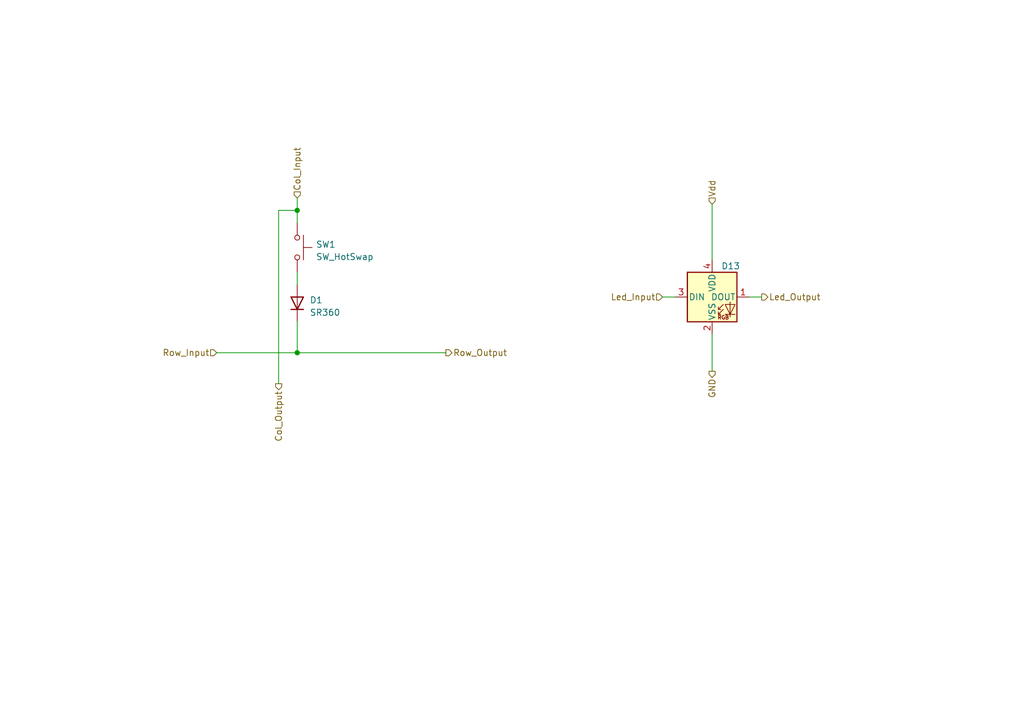
<source format=kicad_sch>
(kicad_sch (version 20230121) (generator eeschema)
  (paper "A5")
  (title_block (title "Key Schematic") (date "2023-05-13") (rev "1"))
  (lib_symbols
    (symbol "Device:D" (pin_numbers hide) (pin_names (offset 1.016) hide)
      (property "Reference" "D" (at 0 2.54 0))
      (property "Value" "D" (at 0 -2.54 0))
      (symbol "D_0_1"
        (polyline (pts (xy -1.27 1.27) (xy -1.27 -1.27)) (stroke (width 0.254)))
        (polyline (pts (xy 1.27 0) (xy -1.27 0)))
        (polyline (pts (xy 1.27 1.27) (xy 1.27 -1.27) (xy -1.27 0) (xy 1.27 1.27)) (stroke (width 0.254)))
      )
      (symbol "D_1_1"
        (pin passive line (at -3.81 0 0) (length 2.54) (name "K") (number "1"))
        (pin passive line (at 3.81 0 180) (length 2.54) (name "A") (number "2"))
      )
    )
    (symbol "LED:SK6812MINI" (pin_names (offset 0.254))
      (property "Reference" "D" (at 5.08 5.715 0))
      (property "Value" "SK6812MINI" (at 1.27 -5.715 0))
      (symbol "SK6812MINI_0_0"
        (text "RGB" (at 2.286 -4.191 0) (effects (font (size 0.762 0.762))))
      )
      (symbol "SK6812MINI_0_1"
        (polyline (pts (xy 1.27 -3.556) (xy 1.778 -3.556)))
        (polyline (pts (xy 1.27 -2.54) (xy 1.778 -2.54)))
        (polyline (pts (xy 4.699 -3.556) (xy 2.667 -3.556)))
        (polyline (pts (xy 2.286 -2.54) (xy 1.27 -3.556) (xy 1.27 -3.048)))
        (polyline (pts (xy 2.286 -1.524) (xy 1.27 -2.54) (xy 1.27 -2.032)))
        (polyline (pts (xy 3.683 -1.016) (xy 3.683 -3.556) (xy 3.683 -4.064)))
        (polyline (pts (xy 4.699 -1.524) (xy 2.667 -1.524) (xy 3.683 -3.556) (xy 4.699 -1.524)))
        (rectangle (start 5.08 5.08) (end -5.08 -5.08) (stroke (width 0.254)) (fill (type background)))
      )
      (symbol "SK6812MINI_1_1"
        (pin output line (at 7.62 0 180) (length 2.54) (name "DOUT") (number "1"))
        (pin power_in line (at 0 -7.62 90) (length 2.54) (name "VSS") (number "2"))
        (pin input line (at -7.62 0 0) (length 2.54) (name "DIN") (number "3"))
        (pin power_in line (at 0 7.62 270) (length 2.54) (name "VDD") (number "4"))
      )
    )
    (symbol "Switch:SW_Push" (pin_numbers hide) (pin_names (offset 1.016) hide)
      (property "Reference" "SW" (at 1.27 2.54 0))
      (property "Value" "SW_Push" (at 0 -1.524 0))
      (symbol "SW_Push_0_1"
        (circle (center -2.032 0) (radius 0.508))
        (polyline (pts (xy 0 1.27) (xy 0 3.048)))
        (polyline (pts (xy 2.54 1.27) (xy -2.54 1.27)))
        (circle (center 2.032 0) (radius 0.508))
        (pin passive line (at -5.08 0 0) (length 2.54) (name "1") (number "1"))
        (pin passive line (at 5.08 0 180) (length 2.54) (name "2") (number "2"))
      )
    )
  )
  (junction (at 60.96 43.18))
  (junction (at 60.96 72.39))
  (wire (pts (xy 135.89 60.96) (xy 138.43 60.96)))
  (wire (pts (xy 146.05 68.58) (xy 146.05 76.2)))
  (wire (pts (xy 57.15 78.74) (xy 57.15 43.18)))
  (wire (pts (xy 153.67 60.96) (xy 156.21 60.96)))
  (wire (pts (xy 44.45 72.39) (xy 60.96 72.39)))
  (wire (pts (xy 146.05 41.91) (xy 146.05 53.34)))
  (wire (pts (xy 60.96 43.18) (xy 60.96 45.72)))
  (wire (pts (xy 60.96 40.64) (xy 60.96 43.18)))
  (wire (pts (xy 60.96 55.88) (xy 60.96 58.42)))
  (wire (pts (xy 57.15 43.18) (xy 60.96 43.18)))
  (wire (pts (xy 60.96 72.39) (xy 60.96 66.04)))
  (wire (pts (xy 60.96 72.39) (xy 91.44 72.39)))
  (hierarchical_label "Led_Input" (shape input) (at 135.89 60.96 180))
  (hierarchical_label "Vdd" (shape input) (at 146.05 41.91 90))
  (hierarchical_label "Row_Output" (shape output) (at 91.44 72.39 0))
  (hierarchical_label "Col_Input" (shape input) (at 60.96 40.64 90))
  (hierarchical_label "Row_Input" (shape input) (at 44.45 72.39 180))
  (hierarchical_label "GND" (shape output) (at 146.05 76.2 270))
  (hierarchical_label "Col_Output" (shape output) (at 57.15 78.74 270))
  (hierarchical_label "Led_Output" (shape output) (at 156.21 60.96 0))
  (symbol (lib_id "Device:D") (at 60.96 62.23 90) (unit 1)
    (property "Reference" "D1" (at 63.5 61.595 90) (effects (justify right)))
    (property "Value" "SR360" (at 63.5 64.135 90) (effects (justify right)))
    (property "Footprint" "Diode_SMD:D_SMA" (effects hide))
    (property "Sim.Device" "D" (effects hide))
    (property "Sim.Pins" "1=K 2=A" (effects hide))
  )
  (symbol (lib_id "Switch:SW_Push") (at 60.96 50.8 270) (unit 1)
    (property "Reference" "SW1" (at 64.77 50.165 90) (effects (justify left)))
    (property "Value" "SW_HotSwap" (at 64.77 52.705 90) (effects (justify left)))
  )
  (symbol (lib_id "LED:SK6812MINI") (at 146.05 60.96 0) (unit 1)
    (property "Reference" "D13" (at 149.86 54.61 0))
    (property "Value" "SK6812MINI" (effects hide))
    (property "Footprint" "LED_SMD:LED_SK6812MINI_PLCC4_3.5x3.5mm_P1.75mm" (effects hide))
    (property "Datasheet" "https://cdn-shop.adafruit.com/product-files/2686/SK6812MINI_REV.01-1-2.pdf" (effects hide))
    (instances (project "PCB" (path "" (reference "D13") (unit 1)) (path "" (reference "D2") (unit 1))))
  )
)
</source>
